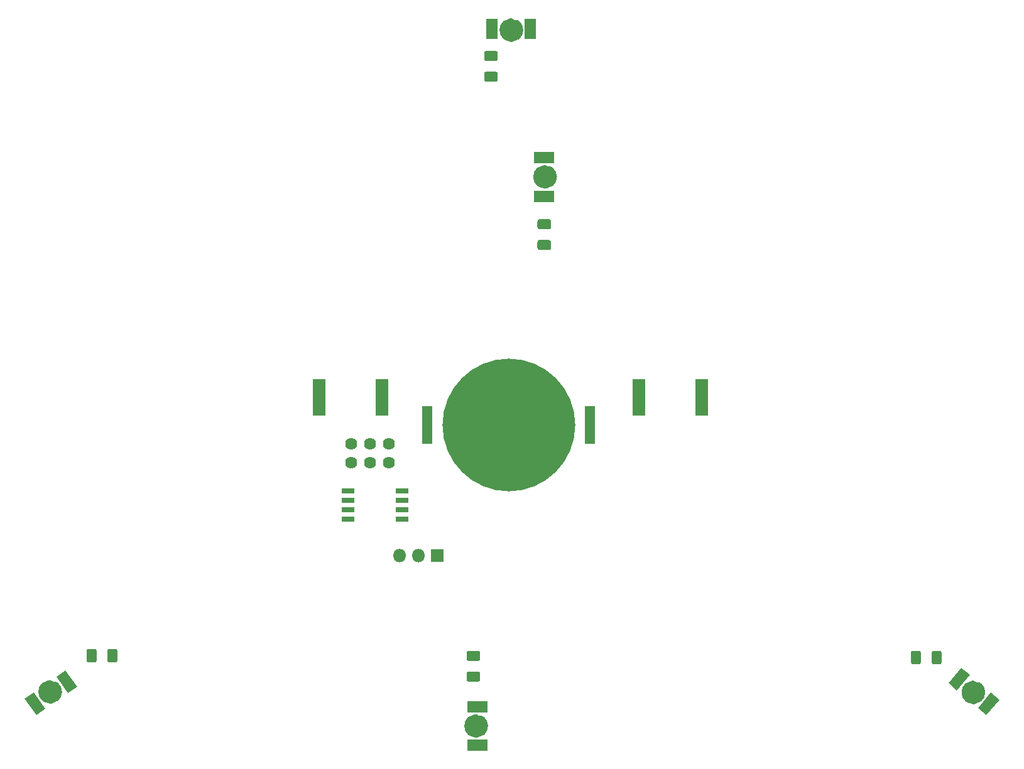
<source format=gbs>
%TF.GenerationSoftware,KiCad,Pcbnew,5.1.6-c6e7f7d~86~ubuntu18.04.1*%
%TF.CreationDate,2020-06-07T16:50:32-04:00*%
%TF.ProjectId,aerospace_badge,6165726f-7370-4616-9365-5f6261646765,V01*%
%TF.SameCoordinates,Original*%
%TF.FileFunction,Soldermask,Bot*%
%TF.FilePolarity,Negative*%
%FSLAX46Y46*%
G04 Gerber Fmt 4.6, Leading zero omitted, Abs format (unit mm)*
G04 Created by KiCad (PCBNEW 5.1.6-c6e7f7d~86~ubuntu18.04.1) date 2020-06-07 16:50:32*
%MOMM*%
%LPD*%
G01*
G04 APERTURE LIST*
%ADD10C,1.600000*%
%ADD11C,1.624000*%
%ADD12R,1.370000X5.180000*%
%ADD13C,17.900000*%
%ADD14C,0.100000*%
%ADD15R,2.700000X1.500000*%
%ADD16R,1.500000X2.700000*%
%ADD17R,1.700000X5.000000*%
%ADD18R,1.800000X0.750000*%
%ADD19R,1.800000X1.800000*%
%ADD20O,1.800000X1.800000*%
G04 APERTURE END LIST*
D10*
%TO.C,D2*%
X211333343Y-115645982D02*
G75*
G03*
X211333343Y-115645982I-800000J0D01*
G01*
%TO.C,D3*%
X86909783Y-115571208D02*
G75*
G03*
X86909783Y-115571208I-800000J0D01*
G01*
%TO.C,D4*%
X144320260Y-120173440D02*
G75*
G03*
X144320260Y-120173440I-800000J0D01*
G01*
%TO.C,D1*%
X149062340Y-26316840D02*
G75*
G03*
X149062340Y-26316840I-800000J0D01*
G01*
%TO.C,D5*%
X153608840Y-46114660D02*
G75*
G03*
X153608840Y-46114660I-800000J0D01*
G01*
%TD*%
D11*
%TO.C,J1*%
X126657100Y-82105500D03*
X126657100Y-84645500D03*
X129197100Y-82105500D03*
X129197100Y-84645500D03*
X131737100Y-82105500D03*
X131737100Y-84645500D03*
%TD*%
D12*
%TO.C,BT1*%
X136919200Y-79552800D03*
X158889200Y-79552800D03*
D13*
X147904200Y-79552800D03*
%TD*%
D14*
%TO.C,D2*%
G36*
X210063615Y-113303983D02*
G01*
X208328088Y-115372303D01*
X207179021Y-114408121D01*
X208914548Y-112339801D01*
X210063615Y-113303983D01*
G37*
G36*
X214047047Y-116646479D02*
G01*
X212311520Y-118714799D01*
X211162453Y-117750617D01*
X212897980Y-115682297D01*
X214047047Y-116646479D01*
G37*
%TD*%
%TO.C,D3*%
G36*
X88493554Y-115723640D02*
G01*
X86944898Y-113511929D01*
X88173626Y-112651564D01*
X89722282Y-114863275D01*
X88493554Y-115723640D01*
G37*
G36*
X84233964Y-118706238D02*
G01*
X82685308Y-116494527D01*
X83914036Y-115634162D01*
X85462692Y-117845873D01*
X84233964Y-118706238D01*
G37*
%TD*%
D15*
%TO.C,D4*%
X143662400Y-117558200D03*
X143662400Y-122758200D03*
%TD*%
D16*
%TO.C,D1*%
X145647100Y-26174700D03*
X150847100Y-26174700D03*
%TD*%
D15*
%TO.C,D5*%
X152666700Y-48729900D03*
X152666700Y-43529900D03*
%TD*%
D17*
%TO.C,J2*%
X173957400Y-75844400D03*
X165437400Y-75844400D03*
%TD*%
%TO.C,J4*%
X130840900Y-75850000D03*
X122320900Y-75850000D03*
%TD*%
%TO.C,R1*%
G36*
G01*
X146171600Y-30488600D02*
X144861600Y-30488600D01*
G75*
G02*
X144591600Y-30218600I0J270000D01*
G01*
X144591600Y-29408600D01*
G75*
G02*
X144861600Y-29138600I270000J0D01*
G01*
X146171600Y-29138600D01*
G75*
G02*
X146441600Y-29408600I0J-270000D01*
G01*
X146441600Y-30218600D01*
G75*
G02*
X146171600Y-30488600I-270000J0D01*
G01*
G37*
G36*
G01*
X146171600Y-33288600D02*
X144861600Y-33288600D01*
G75*
G02*
X144591600Y-33018600I0J270000D01*
G01*
X144591600Y-32208600D01*
G75*
G02*
X144861600Y-31938600I270000J0D01*
G01*
X146171600Y-31938600D01*
G75*
G02*
X146441600Y-32208600I0J-270000D01*
G01*
X146441600Y-33018600D01*
G75*
G02*
X146171600Y-33288600I-270000J0D01*
G01*
G37*
%TD*%
%TO.C,R2*%
G36*
G01*
X204912600Y-111602200D02*
X204912600Y-110292200D01*
G75*
G02*
X205182600Y-110022200I270000J0D01*
G01*
X205992600Y-110022200D01*
G75*
G02*
X206262600Y-110292200I0J-270000D01*
G01*
X206262600Y-111602200D01*
G75*
G02*
X205992600Y-111872200I-270000J0D01*
G01*
X205182600Y-111872200D01*
G75*
G02*
X204912600Y-111602200I0J270000D01*
G01*
G37*
G36*
G01*
X202112600Y-111602200D02*
X202112600Y-110292200D01*
G75*
G02*
X202382600Y-110022200I270000J0D01*
G01*
X203192600Y-110022200D01*
G75*
G02*
X203462600Y-110292200I0J-270000D01*
G01*
X203462600Y-111602200D01*
G75*
G02*
X203192600Y-111872200I-270000J0D01*
G01*
X202382600Y-111872200D01*
G75*
G02*
X202112600Y-111602200I0J270000D01*
G01*
G37*
%TD*%
%TO.C,R3*%
G36*
G01*
X92356300Y-110038200D02*
X92356300Y-111348200D01*
G75*
G02*
X92086300Y-111618200I-270000J0D01*
G01*
X91276300Y-111618200D01*
G75*
G02*
X91006300Y-111348200I0J270000D01*
G01*
X91006300Y-110038200D01*
G75*
G02*
X91276300Y-109768200I270000J0D01*
G01*
X92086300Y-109768200D01*
G75*
G02*
X92356300Y-110038200I0J-270000D01*
G01*
G37*
G36*
G01*
X95156300Y-110038200D02*
X95156300Y-111348200D01*
G75*
G02*
X94886300Y-111618200I-270000J0D01*
G01*
X94076300Y-111618200D01*
G75*
G02*
X93806300Y-111348200I0J270000D01*
G01*
X93806300Y-110038200D01*
G75*
G02*
X94076300Y-109768200I270000J0D01*
G01*
X94886300Y-109768200D01*
G75*
G02*
X95156300Y-110038200I0J-270000D01*
G01*
G37*
%TD*%
%TO.C,R4*%
G36*
G01*
X142486700Y-112837600D02*
X143796700Y-112837600D01*
G75*
G02*
X144066700Y-113107600I0J-270000D01*
G01*
X144066700Y-113917600D01*
G75*
G02*
X143796700Y-114187600I-270000J0D01*
G01*
X142486700Y-114187600D01*
G75*
G02*
X142216700Y-113917600I0J270000D01*
G01*
X142216700Y-113107600D01*
G75*
G02*
X142486700Y-112837600I270000J0D01*
G01*
G37*
G36*
G01*
X142486700Y-110037600D02*
X143796700Y-110037600D01*
G75*
G02*
X144066700Y-110307600I0J-270000D01*
G01*
X144066700Y-111117600D01*
G75*
G02*
X143796700Y-111387600I-270000J0D01*
G01*
X142486700Y-111387600D01*
G75*
G02*
X142216700Y-111117600I0J270000D01*
G01*
X142216700Y-110307600D01*
G75*
G02*
X142486700Y-110037600I270000J0D01*
G01*
G37*
%TD*%
%TO.C,R5*%
G36*
G01*
X153359800Y-53189500D02*
X152049800Y-53189500D01*
G75*
G02*
X151779800Y-52919500I0J270000D01*
G01*
X151779800Y-52109500D01*
G75*
G02*
X152049800Y-51839500I270000J0D01*
G01*
X153359800Y-51839500D01*
G75*
G02*
X153629800Y-52109500I0J-270000D01*
G01*
X153629800Y-52919500D01*
G75*
G02*
X153359800Y-53189500I-270000J0D01*
G01*
G37*
G36*
G01*
X153359800Y-55989500D02*
X152049800Y-55989500D01*
G75*
G02*
X151779800Y-55719500I0J270000D01*
G01*
X151779800Y-54909500D01*
G75*
G02*
X152049800Y-54639500I270000J0D01*
G01*
X153359800Y-54639500D01*
G75*
G02*
X153629800Y-54909500I0J-270000D01*
G01*
X153629800Y-55719500D01*
G75*
G02*
X153359800Y-55989500I-270000J0D01*
G01*
G37*
%TD*%
D18*
%TO.C,U1*%
X133558300Y-92240100D03*
X133558300Y-90970100D03*
X133558300Y-89700100D03*
X133558300Y-88430100D03*
X126258300Y-88430100D03*
X126258300Y-89700100D03*
X126258300Y-90970100D03*
X126258300Y-92240100D03*
%TD*%
D19*
%TO.C,J5*%
X138252200Y-97205800D03*
D20*
X135712200Y-97205800D03*
X133172200Y-97205800D03*
%TD*%
M02*

</source>
